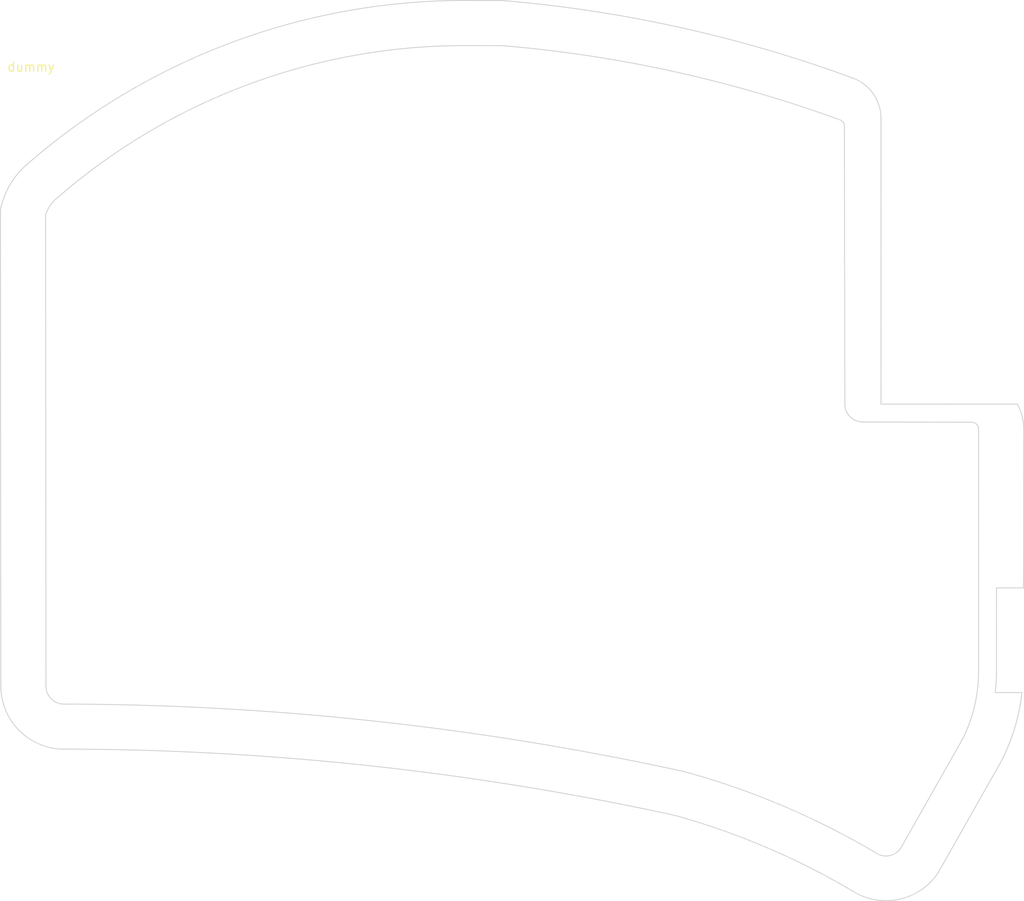
<source format=kicad_pcb>
(kicad_pcb (version 20171130) (host pcbnew 5.1.9)

  (general
    (thickness 1.6)
    (drawings 37)
    (tracks 0)
    (zones 0)
    (modules 1)
    (nets 1)
  )

  (page A4)
  (layers
    (0 F.Cu signal)
    (31 B.Cu signal)
    (32 B.Adhes user)
    (33 F.Adhes user)
    (34 B.Paste user)
    (35 F.Paste user)
    (36 B.SilkS user)
    (37 F.SilkS user)
    (38 B.Mask user)
    (39 F.Mask user)
    (40 Dwgs.User user)
    (41 Cmts.User user)
    (42 Eco1.User user)
    (43 Eco2.User user)
    (44 Edge.Cuts user)
    (45 Margin user)
    (46 B.CrtYd user)
    (47 F.CrtYd user)
    (48 B.Fab user)
    (49 F.Fab user)
  )

  (setup
    (last_trace_width 0.25)
    (trace_clearance 0.2)
    (zone_clearance 0.508)
    (zone_45_only no)
    (trace_min 0.2)
    (via_size 0.8)
    (via_drill 0.4)
    (via_min_size 0.4)
    (via_min_drill 0.3)
    (uvia_size 0.3)
    (uvia_drill 0.1)
    (uvias_allowed no)
    (uvia_min_size 0.2)
    (uvia_min_drill 0.1)
    (edge_width 0.1)
    (segment_width 0.2)
    (pcb_text_width 0.3)
    (pcb_text_size 1.5 1.5)
    (mod_edge_width 0.12)
    (mod_text_size 1 1)
    (mod_text_width 0.1)
    (pad_size 1.524 1.524)
    (pad_drill 0.762)
    (pad_to_mask_clearance 0.05)
    (aux_axis_origin 0 0)
    (visible_elements FFFFFFFF)
    (pcbplotparams
      (layerselection 0x010fc_ffffffff)
      (usegerberextensions false)
      (usegerberattributes true)
      (usegerberadvancedattributes true)
      (creategerberjobfile true)
      (excludeedgelayer true)
      (linewidth 0.100000)
      (plotframeref false)
      (viasonmask false)
      (mode 1)
      (useauxorigin false)
      (hpglpennumber 1)
      (hpglpenspeed 20)
      (hpglpendiameter 15.000000)
      (psnegative false)
      (psa4output false)
      (plotreference false)
      (plotvalue false)
      (plotinvisibletext false)
      (padsonsilk false)
      (subtractmaskfromsilk false)
      (outputformat 1)
      (mirror false)
      (drillshape 0)
      (scaleselection 1)
      (outputdirectory ""))
  )

  (net 0 "")

  (net_class Default "This is the default net class."
    (clearance 0.2)
    (trace_width 0.25)
    (via_dia 0.8)
    (via_drill 0.4)
    (uvia_dia 0.3)
    (uvia_drill 0.1)
  )

  (net_class Power ""
    (clearance 0.2)
    (trace_width 0.3)
    (via_dia 0.8)
    (via_drill 0.4)
    (uvia_dia 0.3)
    (uvia_drill 0.1)
  )

  (module dummy:dummy (layer F.Cu) (tedit 604AAE8F) (tstamp 6068E0E1)
    (at 12 12)
    (fp_text reference dummy (at 0 0.5) (layer F.SilkS)
      (effects (font (size 1 1) (thickness 0.15)))
    )
    (fp_text value dummy (at 0 -0.5) (layer F.Fab)
      (effects (font (size 1 1) (thickness 0.15)))
    )
  )

  (gr_arc (start 100.190263 79.447367) (end 118.8 81.8) (angle -6.721743646) (layer Edge.Cuts) (width 0.1) (tstamp 60691413))
  (gr_arc (start 101.403543 18.190204) (end 106.153543 18.190204) (angle -70.11765915) (layer Edge.Cuts) (width 0.1) (tstamp 6068D5E1))
  (gr_arc (start 51.931484 152.624677) (end 103.018969 13.723337) (angle -15.43081601) (layer Edge.Cuts) (width 0.1) (tstamp 6068D5C5))
  (gr_line (start 106.15 49.85) (end 121.26098 49.844001) (layer Edge.Cuts) (width 0.1) (tstamp 6068D556))
  (gr_arc (start 116.215001 52.600918) (end 121.965001 52.600918) (angle -28.65039189) (layer Edge.Cuts) (width 0.1) (tstamp 6068D53C))
  (gr_line (start 118.8 81.8) (end 121.77 81.8) (layer Edge.Cuts) (width 0.1))
  (gr_line (start 118.95 70.2) (end 121.95 70.2) (layer Edge.Cuts) (width 0.1))
  (gr_line (start 121.965001 52.600918) (end 121.95 70.2) (layer Edge.Cuts) (width 0.1) (tstamp 6068D4C2))
  (gr_line (start 118.95 70.2) (end 118.947452 79.605603) (layer Edge.Cuts) (width 0.1) (tstamp 6068D472))
  (gr_arc (start 100.190263 79.447367) (end 119.398792 89.551246) (angle -21.52298005) (layer Edge.Cuts) (width 0.1) (tstamp 6068D45D))
  (gr_line (start 119.398792 89.551246) (end 112.550487 101.641178) (layer Edge.Cuts) (width 0.1) (tstamp 6068D449))
  (gr_arc (start 106.708 97.938735) (end 103.2 103.9) (angle -88.11250382) (layer Edge.Cuts) (width 0.1) (tstamp 6068D3EC))
  (gr_arc (start 61.59 173.76) (end 103.2 103.9) (angle -15.27393997) (layer Edge.Cuts) (width 0.1) (tstamp 6068D3B7))
  (gr_arc (start 15.281782 407.025991) (end 83.326703 95.40614) (angle -12.22013042) (layer Edge.Cuts) (width 0.1) (tstamp 6068D376))
  (gr_arc (start 60.008389 78.858139) (end 60.008389 5.128139) (angle -40.89999906) (layer Edge.Cuts) (width 0.1) (tstamp 6068D32E))
  (gr_arc (start 17.48 30.13) (end 11.73435 23.129062) (angle -38.97981394) (layer Edge.Cuts) (width 0.1) (tstamp 6068D2EE))
  (gr_arc (start 15.650037 81.065841) (end 8.650038 81.13584) (angle -90.85844454) (layer Edge.Cuts) (width 0.1) (tstamp 6068D2CC))
  (gr_line (start 64.21927 5.137309) (end 60.008389 5.128139) (layer Edge.Cuts) (width 0.1) (tstamp 6068D287))
  (gr_line (start 106.15 49.85) (end 106.153543 18.190204) (layer Edge.Cuts) (width 0.1) (tstamp 6068D262))
  (gr_line (start 8.609602 28.301979) (end 8.650038 81.13584) (layer Edge.Cuts) (width 0.1) (tstamp 6068D1C3))
  (gr_arc (start 17.48 30.13) (end 15.008053 26.90833) (angle -34.87219547) (layer Edge.Cuts) (width 0.1) (tstamp 5F45BAB8))
  (gr_line (start 102.15 49.899082) (end 102.1 19.059419) (layer Edge.Cuts) (width 0.1) (tstamp 5F45BAB7))
  (gr_arc (start 52.262442 153.652303) (end 101.665777 18.379136) (angle -15.3002324) (layer Edge.Cuts) (width 0.1) (tstamp 5F45BAB6))
  (gr_arc (start 101.35 19.059419) (end 102.1 19.059419) (angle -65.1) (layer Edge.Cuts) (width 0.1) (tstamp 5F45BAB5))
  (gr_line (start 64.21927 10.137309) (end 60.008389 10.128139) (layer Edge.Cuts) (width 0.1) (tstamp 5F45BAB3))
  (gr_arc (start 60.008389 78.858139) (end 60.008389 10.128139) (angle -40.89999989) (layer Edge.Cuts) (width 0.1) (tstamp 5F45BAB2))
  (gr_line (start 116.965001 52.600918) (end 116.964022 79.588871) (layer Edge.Cuts) (width 0.1) (tstamp 5F359724))
  (gr_arc (start 15.157962 407.009453) (end 84.359841 90.554608) (angle -12.23761754) (layer Edge.Cuts) (width 0.1) (tstamp 5EDCBAB7))
  (gr_arc (start 100.190263 79.447367) (end 115.217419 86.901466) (angle -25.9) (layer Edge.Cuts) (width 0.1) (tstamp 5EDAA9C2))
  (gr_line (start 115.217419 86.901466) (end 108.369114 98.991398) (layer Edge.Cuts) (width 0.1) (tstamp 5EDAAAB5))
  (gr_arc (start 104.149999 49.829083) (end 102.15 49.899082) (angle -89) (layer Edge.Cuts) (width 0.1) (tstamp 5EDAB87A))
  (gr_arc (start 61.59 173.76) (end 105.638 99.588735) (angle -15.4000002) (layer Edge.Cuts) (width 0.1) (tstamp 5EDABA84))
  (gr_arc (start 15.650019 81.076615) (end 13.65002 81.146614) (angle -89.7) (layer Edge.Cuts) (width 0.1) (tstamp 5EDAA8DE))
  (gr_arc (start 106.708 97.938735) (end 105.638 99.588735) (angle -90.59999195) (layer Edge.Cuts) (width 0.1) (tstamp 5EDAABA5))
  (gr_arc (start 116.215001 52.600918) (end 116.965001 52.600918) (angle -90) (layer Edge.Cuts) (width 0.1) (tstamp 5EDAB58F))
  (gr_line (start 104.185083 51.829999) (end 116.215001 51.850918) (layer Edge.Cuts) (width 0.1) (tstamp 5EDAB58C))
  (gr_line (start 13.609959 28.900177) (end 13.65002 81.146614) (layer Edge.Cuts) (width 0.1) (tstamp 5EDAB9D6))

)

</source>
